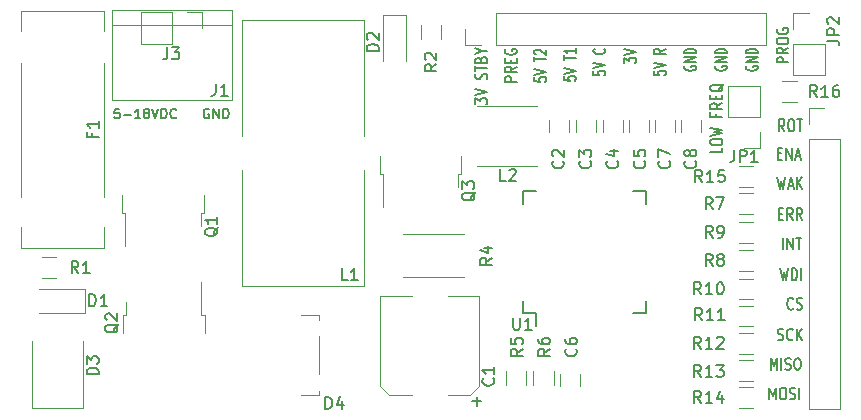
<source format=gto>
%TF.GenerationSoftware,KiCad,Pcbnew,(5.0.2)-1*%
%TF.CreationDate,2019-01-18T18:03:32+08:00*%
%TF.ProjectId,TLF35584 breakout,544c4633-3535-4383-9420-627265616b6f,rev?*%
%TF.SameCoordinates,Original*%
%TF.FileFunction,Legend,Top*%
%TF.FilePolarity,Positive*%
%FSLAX46Y46*%
G04 Gerber Fmt 4.6, Leading zero omitted, Abs format (unit mm)*
G04 Created by KiCad (PCBNEW (5.0.2)-1) date 18/01/2019 18:03:32*
%MOMM*%
%LPD*%
G01*
G04 APERTURE LIST*
%ADD10C,0.150000*%
%ADD11C,0.120000*%
G04 APERTURE END LIST*
D10*
X178000000Y-83733333D02*
X177952380Y-83800000D01*
X177952380Y-83900000D01*
X178000000Y-84000000D01*
X178095238Y-84066666D01*
X178190476Y-84100000D01*
X178380952Y-84133333D01*
X178523809Y-84133333D01*
X178714285Y-84100000D01*
X178809523Y-84066666D01*
X178904761Y-84000000D01*
X178952380Y-83900000D01*
X178952380Y-83833333D01*
X178904761Y-83733333D01*
X178857142Y-83700000D01*
X178523809Y-83700000D01*
X178523809Y-83833333D01*
X178952380Y-83400000D02*
X177952380Y-83400000D01*
X178952380Y-83000000D01*
X177952380Y-83000000D01*
X178952380Y-82666666D02*
X177952380Y-82666666D01*
X177952380Y-82500000D01*
X178000000Y-82400000D01*
X178095238Y-82333333D01*
X178190476Y-82300000D01*
X178380952Y-82266666D01*
X178523809Y-82266666D01*
X178714285Y-82300000D01*
X178809523Y-82333333D01*
X178904761Y-82400000D01*
X178952380Y-82500000D01*
X178952380Y-82666666D01*
X175400000Y-83733333D02*
X175352380Y-83800000D01*
X175352380Y-83900000D01*
X175400000Y-84000000D01*
X175495238Y-84066666D01*
X175590476Y-84100000D01*
X175780952Y-84133333D01*
X175923809Y-84133333D01*
X176114285Y-84100000D01*
X176209523Y-84066666D01*
X176304761Y-84000000D01*
X176352380Y-83900000D01*
X176352380Y-83833333D01*
X176304761Y-83733333D01*
X176257142Y-83700000D01*
X175923809Y-83700000D01*
X175923809Y-83833333D01*
X176352380Y-83400000D02*
X175352380Y-83400000D01*
X176352380Y-83000000D01*
X175352380Y-83000000D01*
X176352380Y-82666666D02*
X175352380Y-82666666D01*
X175352380Y-82500000D01*
X175400000Y-82400000D01*
X175495238Y-82333333D01*
X175590476Y-82300000D01*
X175780952Y-82266666D01*
X175923809Y-82266666D01*
X176114285Y-82300000D01*
X176209523Y-82333333D01*
X176304761Y-82400000D01*
X176352380Y-82500000D01*
X176352380Y-82666666D01*
X181552380Y-83428571D02*
X180552380Y-83428571D01*
X180552380Y-83123809D01*
X180600000Y-83047619D01*
X180647619Y-83009523D01*
X180742857Y-82971428D01*
X180885714Y-82971428D01*
X180980952Y-83009523D01*
X181028571Y-83047619D01*
X181076190Y-83123809D01*
X181076190Y-83428571D01*
X181552380Y-82171428D02*
X181076190Y-82438095D01*
X181552380Y-82628571D02*
X180552380Y-82628571D01*
X180552380Y-82323809D01*
X180600000Y-82247619D01*
X180647619Y-82209523D01*
X180742857Y-82171428D01*
X180885714Y-82171428D01*
X180980952Y-82209523D01*
X181028571Y-82247619D01*
X181076190Y-82323809D01*
X181076190Y-82628571D01*
X180552380Y-81676190D02*
X180552380Y-81523809D01*
X180600000Y-81447619D01*
X180695238Y-81371428D01*
X180885714Y-81333333D01*
X181219047Y-81333333D01*
X181409523Y-81371428D01*
X181504761Y-81447619D01*
X181552380Y-81523809D01*
X181552380Y-81676190D01*
X181504761Y-81752380D01*
X181409523Y-81828571D01*
X181219047Y-81866666D01*
X180885714Y-81866666D01*
X180695238Y-81828571D01*
X180600000Y-81752380D01*
X180552380Y-81676190D01*
X180600000Y-80571428D02*
X180552380Y-80647619D01*
X180552380Y-80761904D01*
X180600000Y-80876190D01*
X180695238Y-80952380D01*
X180790476Y-80990476D01*
X180980952Y-81028571D01*
X181123809Y-81028571D01*
X181314285Y-80990476D01*
X181409523Y-80952380D01*
X181504761Y-80876190D01*
X181552380Y-80761904D01*
X181552380Y-80685714D01*
X181504761Y-80571428D01*
X181457142Y-80533333D01*
X181123809Y-80533333D01*
X181123809Y-80685714D01*
X175952380Y-90657142D02*
X175952380Y-91038095D01*
X174952380Y-91038095D01*
X174952380Y-90238095D02*
X174952380Y-90085714D01*
X175000000Y-90009523D01*
X175095238Y-89933333D01*
X175285714Y-89895238D01*
X175619047Y-89895238D01*
X175809523Y-89933333D01*
X175904761Y-90009523D01*
X175952380Y-90085714D01*
X175952380Y-90238095D01*
X175904761Y-90314285D01*
X175809523Y-90390476D01*
X175619047Y-90428571D01*
X175285714Y-90428571D01*
X175095238Y-90390476D01*
X175000000Y-90314285D01*
X174952380Y-90238095D01*
X174952380Y-89628571D02*
X175952380Y-89438095D01*
X175238095Y-89285714D01*
X175952380Y-89133333D01*
X174952380Y-88942857D01*
X175428571Y-87761904D02*
X175428571Y-88028571D01*
X175952380Y-88028571D02*
X174952380Y-88028571D01*
X174952380Y-87647619D01*
X175952380Y-86885714D02*
X175476190Y-87152380D01*
X175952380Y-87342857D02*
X174952380Y-87342857D01*
X174952380Y-87038095D01*
X175000000Y-86961904D01*
X175047619Y-86923809D01*
X175142857Y-86885714D01*
X175285714Y-86885714D01*
X175380952Y-86923809D01*
X175428571Y-86961904D01*
X175476190Y-87038095D01*
X175476190Y-87342857D01*
X175428571Y-86542857D02*
X175428571Y-86276190D01*
X175952380Y-86161904D02*
X175952380Y-86542857D01*
X174952380Y-86542857D01*
X174952380Y-86161904D01*
X176047619Y-85285714D02*
X176000000Y-85361904D01*
X175904761Y-85438095D01*
X175761904Y-85552380D01*
X175714285Y-85628571D01*
X175714285Y-85704761D01*
X175952380Y-85666666D02*
X175904761Y-85742857D01*
X175809523Y-85819047D01*
X175619047Y-85857142D01*
X175285714Y-85857142D01*
X175095238Y-85819047D01*
X175000000Y-85742857D01*
X174952380Y-85666666D01*
X174952380Y-85514285D01*
X175000000Y-85438095D01*
X175095238Y-85361904D01*
X175285714Y-85323809D01*
X175619047Y-85323809D01*
X175809523Y-85361904D01*
X175904761Y-85438095D01*
X175952380Y-85514285D01*
X175952380Y-85666666D01*
X132490476Y-87400000D02*
X132414285Y-87361904D01*
X132300000Y-87361904D01*
X132185714Y-87400000D01*
X132109523Y-87476190D01*
X132071428Y-87552380D01*
X132033333Y-87704761D01*
X132033333Y-87819047D01*
X132071428Y-87971428D01*
X132109523Y-88047619D01*
X132185714Y-88123809D01*
X132300000Y-88161904D01*
X132376190Y-88161904D01*
X132490476Y-88123809D01*
X132528571Y-88085714D01*
X132528571Y-87819047D01*
X132376190Y-87819047D01*
X132871428Y-88161904D02*
X132871428Y-87361904D01*
X133328571Y-88161904D01*
X133328571Y-87361904D01*
X133709523Y-88161904D02*
X133709523Y-87361904D01*
X133900000Y-87361904D01*
X134014285Y-87400000D01*
X134090476Y-87476190D01*
X134128571Y-87552380D01*
X134166666Y-87704761D01*
X134166666Y-87819047D01*
X134128571Y-87971428D01*
X134090476Y-88047619D01*
X134014285Y-88123809D01*
X133900000Y-88161904D01*
X133709523Y-88161904D01*
X124890476Y-87361904D02*
X124509523Y-87361904D01*
X124471428Y-87742857D01*
X124509523Y-87704761D01*
X124585714Y-87666666D01*
X124776190Y-87666666D01*
X124852380Y-87704761D01*
X124890476Y-87742857D01*
X124928571Y-87819047D01*
X124928571Y-88009523D01*
X124890476Y-88085714D01*
X124852380Y-88123809D01*
X124776190Y-88161904D01*
X124585714Y-88161904D01*
X124509523Y-88123809D01*
X124471428Y-88085714D01*
X125271428Y-87857142D02*
X125880952Y-87857142D01*
X126680952Y-88161904D02*
X126223809Y-88161904D01*
X126452380Y-88161904D02*
X126452380Y-87361904D01*
X126376190Y-87476190D01*
X126300000Y-87552380D01*
X126223809Y-87590476D01*
X127138095Y-87704761D02*
X127061904Y-87666666D01*
X127023809Y-87628571D01*
X126985714Y-87552380D01*
X126985714Y-87514285D01*
X127023809Y-87438095D01*
X127061904Y-87400000D01*
X127138095Y-87361904D01*
X127290476Y-87361904D01*
X127366666Y-87400000D01*
X127404761Y-87438095D01*
X127442857Y-87514285D01*
X127442857Y-87552380D01*
X127404761Y-87628571D01*
X127366666Y-87666666D01*
X127290476Y-87704761D01*
X127138095Y-87704761D01*
X127061904Y-87742857D01*
X127023809Y-87780952D01*
X126985714Y-87857142D01*
X126985714Y-88009523D01*
X127023809Y-88085714D01*
X127061904Y-88123809D01*
X127138095Y-88161904D01*
X127290476Y-88161904D01*
X127366666Y-88123809D01*
X127404761Y-88085714D01*
X127442857Y-88009523D01*
X127442857Y-87857142D01*
X127404761Y-87780952D01*
X127366666Y-87742857D01*
X127290476Y-87704761D01*
X127671428Y-87361904D02*
X127938095Y-88161904D01*
X128204761Y-87361904D01*
X128471428Y-88161904D02*
X128471428Y-87361904D01*
X128661904Y-87361904D01*
X128776190Y-87400000D01*
X128852380Y-87476190D01*
X128890476Y-87552380D01*
X128928571Y-87704761D01*
X128928571Y-87819047D01*
X128890476Y-87971428D01*
X128852380Y-88047619D01*
X128776190Y-88123809D01*
X128661904Y-88161904D01*
X128471428Y-88161904D01*
X129728571Y-88085714D02*
X129690476Y-88123809D01*
X129576190Y-88161904D01*
X129500000Y-88161904D01*
X129385714Y-88123809D01*
X129309523Y-88047619D01*
X129271428Y-87971428D01*
X129233333Y-87819047D01*
X129233333Y-87704761D01*
X129271428Y-87552380D01*
X129309523Y-87476190D01*
X129385714Y-87400000D01*
X129500000Y-87361904D01*
X129576190Y-87361904D01*
X129690476Y-87400000D01*
X129728571Y-87438095D01*
X181223809Y-89252380D02*
X180957142Y-88776190D01*
X180766666Y-89252380D02*
X180766666Y-88252380D01*
X181071428Y-88252380D01*
X181147619Y-88300000D01*
X181185714Y-88347619D01*
X181223809Y-88442857D01*
X181223809Y-88585714D01*
X181185714Y-88680952D01*
X181147619Y-88728571D01*
X181071428Y-88776190D01*
X180766666Y-88776190D01*
X181719047Y-88252380D02*
X181871428Y-88252380D01*
X181947619Y-88300000D01*
X182023809Y-88395238D01*
X182061904Y-88585714D01*
X182061904Y-88919047D01*
X182023809Y-89109523D01*
X181947619Y-89204761D01*
X181871428Y-89252380D01*
X181719047Y-89252380D01*
X181642857Y-89204761D01*
X181566666Y-89109523D01*
X181528571Y-88919047D01*
X181528571Y-88585714D01*
X181566666Y-88395238D01*
X181642857Y-88300000D01*
X181719047Y-88252380D01*
X182290476Y-88252380D02*
X182747619Y-88252380D01*
X182519047Y-89252380D02*
X182519047Y-88252380D01*
X180666666Y-91128571D02*
X180933333Y-91128571D01*
X181047619Y-91652380D02*
X180666666Y-91652380D01*
X180666666Y-90652380D01*
X181047619Y-90652380D01*
X181390476Y-91652380D02*
X181390476Y-90652380D01*
X181847619Y-91652380D01*
X181847619Y-90652380D01*
X182190476Y-91366666D02*
X182571428Y-91366666D01*
X182114285Y-91652380D02*
X182380952Y-90652380D01*
X182647619Y-91652380D01*
X180614285Y-93152380D02*
X180804761Y-94152380D01*
X180957142Y-93438095D01*
X181109523Y-94152380D01*
X181300000Y-93152380D01*
X181566666Y-93866666D02*
X181947619Y-93866666D01*
X181490476Y-94152380D02*
X181757142Y-93152380D01*
X182023809Y-94152380D01*
X182290476Y-94152380D02*
X182290476Y-93152380D01*
X182747619Y-94152380D02*
X182404761Y-93580952D01*
X182747619Y-93152380D02*
X182290476Y-93723809D01*
X180728571Y-96228571D02*
X180995238Y-96228571D01*
X181109523Y-96752380D02*
X180728571Y-96752380D01*
X180728571Y-95752380D01*
X181109523Y-95752380D01*
X181909523Y-96752380D02*
X181642857Y-96276190D01*
X181452380Y-96752380D02*
X181452380Y-95752380D01*
X181757142Y-95752380D01*
X181833333Y-95800000D01*
X181871428Y-95847619D01*
X181909523Y-95942857D01*
X181909523Y-96085714D01*
X181871428Y-96180952D01*
X181833333Y-96228571D01*
X181757142Y-96276190D01*
X181452380Y-96276190D01*
X182709523Y-96752380D02*
X182442857Y-96276190D01*
X182252380Y-96752380D02*
X182252380Y-95752380D01*
X182557142Y-95752380D01*
X182633333Y-95800000D01*
X182671428Y-95847619D01*
X182709523Y-95942857D01*
X182709523Y-96085714D01*
X182671428Y-96180952D01*
X182633333Y-96228571D01*
X182557142Y-96276190D01*
X182252380Y-96276190D01*
X181076190Y-99252380D02*
X181076190Y-98252380D01*
X181457142Y-99252380D02*
X181457142Y-98252380D01*
X181914285Y-99252380D01*
X181914285Y-98252380D01*
X182180952Y-98252380D02*
X182638095Y-98252380D01*
X182409523Y-99252380D02*
X182409523Y-98252380D01*
X180866666Y-100852380D02*
X181057142Y-101852380D01*
X181209523Y-101138095D01*
X181361904Y-101852380D01*
X181552380Y-100852380D01*
X181857142Y-101852380D02*
X181857142Y-100852380D01*
X182047619Y-100852380D01*
X182161904Y-100900000D01*
X182238095Y-100995238D01*
X182276190Y-101090476D01*
X182314285Y-101280952D01*
X182314285Y-101423809D01*
X182276190Y-101614285D01*
X182238095Y-101709523D01*
X182161904Y-101804761D01*
X182047619Y-101852380D01*
X181857142Y-101852380D01*
X182657142Y-101852380D02*
X182657142Y-100852380D01*
X181966666Y-104257142D02*
X181928571Y-104304761D01*
X181814285Y-104352380D01*
X181738095Y-104352380D01*
X181623809Y-104304761D01*
X181547619Y-104209523D01*
X181509523Y-104114285D01*
X181471428Y-103923809D01*
X181471428Y-103780952D01*
X181509523Y-103590476D01*
X181547619Y-103495238D01*
X181623809Y-103400000D01*
X181738095Y-103352380D01*
X181814285Y-103352380D01*
X181928571Y-103400000D01*
X181966666Y-103447619D01*
X182271428Y-104304761D02*
X182385714Y-104352380D01*
X182576190Y-104352380D01*
X182652380Y-104304761D01*
X182690476Y-104257142D01*
X182728571Y-104161904D01*
X182728571Y-104066666D01*
X182690476Y-103971428D01*
X182652380Y-103923809D01*
X182576190Y-103876190D01*
X182423809Y-103828571D01*
X182347619Y-103780952D01*
X182309523Y-103733333D01*
X182271428Y-103638095D01*
X182271428Y-103542857D01*
X182309523Y-103447619D01*
X182347619Y-103400000D01*
X182423809Y-103352380D01*
X182614285Y-103352380D01*
X182728571Y-103400000D01*
X180671428Y-106904761D02*
X180785714Y-106952380D01*
X180976190Y-106952380D01*
X181052380Y-106904761D01*
X181090476Y-106857142D01*
X181128571Y-106761904D01*
X181128571Y-106666666D01*
X181090476Y-106571428D01*
X181052380Y-106523809D01*
X180976190Y-106476190D01*
X180823809Y-106428571D01*
X180747619Y-106380952D01*
X180709523Y-106333333D01*
X180671428Y-106238095D01*
X180671428Y-106142857D01*
X180709523Y-106047619D01*
X180747619Y-106000000D01*
X180823809Y-105952380D01*
X181014285Y-105952380D01*
X181128571Y-106000000D01*
X181928571Y-106857142D02*
X181890476Y-106904761D01*
X181776190Y-106952380D01*
X181700000Y-106952380D01*
X181585714Y-106904761D01*
X181509523Y-106809523D01*
X181471428Y-106714285D01*
X181433333Y-106523809D01*
X181433333Y-106380952D01*
X181471428Y-106190476D01*
X181509523Y-106095238D01*
X181585714Y-106000000D01*
X181700000Y-105952380D01*
X181776190Y-105952380D01*
X181890476Y-106000000D01*
X181928571Y-106047619D01*
X182271428Y-106952380D02*
X182271428Y-105952380D01*
X182728571Y-106952380D02*
X182385714Y-106380952D01*
X182728571Y-105952380D02*
X182271428Y-106523809D01*
X180042857Y-109452380D02*
X180042857Y-108452380D01*
X180309523Y-109166666D01*
X180576190Y-108452380D01*
X180576190Y-109452380D01*
X180957142Y-109452380D02*
X180957142Y-108452380D01*
X181300000Y-109404761D02*
X181414285Y-109452380D01*
X181604761Y-109452380D01*
X181680952Y-109404761D01*
X181719047Y-109357142D01*
X181757142Y-109261904D01*
X181757142Y-109166666D01*
X181719047Y-109071428D01*
X181680952Y-109023809D01*
X181604761Y-108976190D01*
X181452380Y-108928571D01*
X181376190Y-108880952D01*
X181338095Y-108833333D01*
X181300000Y-108738095D01*
X181300000Y-108642857D01*
X181338095Y-108547619D01*
X181376190Y-108500000D01*
X181452380Y-108452380D01*
X181642857Y-108452380D01*
X181757142Y-108500000D01*
X182252380Y-108452380D02*
X182404761Y-108452380D01*
X182480952Y-108500000D01*
X182557142Y-108595238D01*
X182595238Y-108785714D01*
X182595238Y-109119047D01*
X182557142Y-109309523D01*
X182480952Y-109404761D01*
X182404761Y-109452380D01*
X182252380Y-109452380D01*
X182176190Y-109404761D01*
X182100000Y-109309523D01*
X182061904Y-109119047D01*
X182061904Y-108785714D01*
X182100000Y-108595238D01*
X182176190Y-108500000D01*
X182252380Y-108452380D01*
X179942857Y-111952380D02*
X179942857Y-110952380D01*
X180209523Y-111666666D01*
X180476190Y-110952380D01*
X180476190Y-111952380D01*
X181009523Y-110952380D02*
X181161904Y-110952380D01*
X181238095Y-111000000D01*
X181314285Y-111095238D01*
X181352380Y-111285714D01*
X181352380Y-111619047D01*
X181314285Y-111809523D01*
X181238095Y-111904761D01*
X181161904Y-111952380D01*
X181009523Y-111952380D01*
X180933333Y-111904761D01*
X180857142Y-111809523D01*
X180819047Y-111619047D01*
X180819047Y-111285714D01*
X180857142Y-111095238D01*
X180933333Y-111000000D01*
X181009523Y-110952380D01*
X181657142Y-111904761D02*
X181771428Y-111952380D01*
X181961904Y-111952380D01*
X182038095Y-111904761D01*
X182076190Y-111857142D01*
X182114285Y-111761904D01*
X182114285Y-111666666D01*
X182076190Y-111571428D01*
X182038095Y-111523809D01*
X181961904Y-111476190D01*
X181809523Y-111428571D01*
X181733333Y-111380952D01*
X181695238Y-111333333D01*
X181657142Y-111238095D01*
X181657142Y-111142857D01*
X181695238Y-111047619D01*
X181733333Y-111000000D01*
X181809523Y-110952380D01*
X182000000Y-110952380D01*
X182114285Y-111000000D01*
X182457142Y-111952380D02*
X182457142Y-110952380D01*
X155052380Y-86942857D02*
X155052380Y-86447619D01*
X155433333Y-86714285D01*
X155433333Y-86600000D01*
X155480952Y-86523809D01*
X155528571Y-86485714D01*
X155623809Y-86447619D01*
X155861904Y-86447619D01*
X155957142Y-86485714D01*
X156004761Y-86523809D01*
X156052380Y-86600000D01*
X156052380Y-86828571D01*
X156004761Y-86904761D01*
X155957142Y-86942857D01*
X155052380Y-86219047D02*
X156052380Y-85952380D01*
X155052380Y-85685714D01*
X156004761Y-84847619D02*
X156052380Y-84733333D01*
X156052380Y-84542857D01*
X156004761Y-84466666D01*
X155957142Y-84428571D01*
X155861904Y-84390476D01*
X155766666Y-84390476D01*
X155671428Y-84428571D01*
X155623809Y-84466666D01*
X155576190Y-84542857D01*
X155528571Y-84695238D01*
X155480952Y-84771428D01*
X155433333Y-84809523D01*
X155338095Y-84847619D01*
X155242857Y-84847619D01*
X155147619Y-84809523D01*
X155100000Y-84771428D01*
X155052380Y-84695238D01*
X155052380Y-84504761D01*
X155100000Y-84390476D01*
X155052380Y-84161904D02*
X155052380Y-83704761D01*
X156052380Y-83933333D02*
X155052380Y-83933333D01*
X155528571Y-83171428D02*
X155576190Y-83057142D01*
X155623809Y-83019047D01*
X155719047Y-82980952D01*
X155861904Y-82980952D01*
X155957142Y-83019047D01*
X156004761Y-83057142D01*
X156052380Y-83133333D01*
X156052380Y-83438095D01*
X155052380Y-83438095D01*
X155052380Y-83171428D01*
X155100000Y-83095238D01*
X155147619Y-83057142D01*
X155242857Y-83019047D01*
X155338095Y-83019047D01*
X155433333Y-83057142D01*
X155480952Y-83095238D01*
X155528571Y-83171428D01*
X155528571Y-83438095D01*
X155576190Y-82485714D02*
X156052380Y-82485714D01*
X155052380Y-82752380D02*
X155576190Y-82485714D01*
X155052380Y-82219047D01*
X158552380Y-85071428D02*
X157552380Y-85071428D01*
X157552380Y-84766666D01*
X157600000Y-84690476D01*
X157647619Y-84652380D01*
X157742857Y-84614285D01*
X157885714Y-84614285D01*
X157980952Y-84652380D01*
X158028571Y-84690476D01*
X158076190Y-84766666D01*
X158076190Y-85071428D01*
X158552380Y-83814285D02*
X158076190Y-84080952D01*
X158552380Y-84271428D02*
X157552380Y-84271428D01*
X157552380Y-83966666D01*
X157600000Y-83890476D01*
X157647619Y-83852380D01*
X157742857Y-83814285D01*
X157885714Y-83814285D01*
X157980952Y-83852380D01*
X158028571Y-83890476D01*
X158076190Y-83966666D01*
X158076190Y-84271428D01*
X158028571Y-83471428D02*
X158028571Y-83204761D01*
X158552380Y-83090476D02*
X158552380Y-83471428D01*
X157552380Y-83471428D01*
X157552380Y-83090476D01*
X157600000Y-82328571D02*
X157552380Y-82404761D01*
X157552380Y-82519047D01*
X157600000Y-82633333D01*
X157695238Y-82709523D01*
X157790476Y-82747619D01*
X157980952Y-82785714D01*
X158123809Y-82785714D01*
X158314285Y-82747619D01*
X158409523Y-82709523D01*
X158504761Y-82633333D01*
X158552380Y-82519047D01*
X158552380Y-82442857D01*
X158504761Y-82328571D01*
X158457142Y-82290476D01*
X158123809Y-82290476D01*
X158123809Y-82442857D01*
X160052380Y-84700000D02*
X160052380Y-85033333D01*
X160528571Y-85066666D01*
X160480952Y-85033333D01*
X160433333Y-84966666D01*
X160433333Y-84800000D01*
X160480952Y-84733333D01*
X160528571Y-84700000D01*
X160623809Y-84666666D01*
X160861904Y-84666666D01*
X160957142Y-84700000D01*
X161004761Y-84733333D01*
X161052380Y-84800000D01*
X161052380Y-84966666D01*
X161004761Y-85033333D01*
X160957142Y-85066666D01*
X160052380Y-84466666D02*
X161052380Y-84233333D01*
X160052380Y-84000000D01*
X160052380Y-83333333D02*
X160052380Y-82933333D01*
X161052380Y-83133333D02*
X160052380Y-83133333D01*
X160147619Y-82733333D02*
X160100000Y-82700000D01*
X160052380Y-82633333D01*
X160052380Y-82466666D01*
X160100000Y-82400000D01*
X160147619Y-82366666D01*
X160242857Y-82333333D01*
X160338095Y-82333333D01*
X160480952Y-82366666D01*
X161052380Y-82766666D01*
X161052380Y-82333333D01*
X162552380Y-84600000D02*
X162552380Y-84933333D01*
X163028571Y-84966666D01*
X162980952Y-84933333D01*
X162933333Y-84866666D01*
X162933333Y-84700000D01*
X162980952Y-84633333D01*
X163028571Y-84600000D01*
X163123809Y-84566666D01*
X163361904Y-84566666D01*
X163457142Y-84600000D01*
X163504761Y-84633333D01*
X163552380Y-84700000D01*
X163552380Y-84866666D01*
X163504761Y-84933333D01*
X163457142Y-84966666D01*
X162552380Y-84366666D02*
X163552380Y-84133333D01*
X162552380Y-83900000D01*
X162552380Y-83233333D02*
X162552380Y-82833333D01*
X163552380Y-83033333D02*
X162552380Y-83033333D01*
X163552380Y-82233333D02*
X163552380Y-82633333D01*
X163552380Y-82433333D02*
X162552380Y-82433333D01*
X162695238Y-82500000D01*
X162790476Y-82566666D01*
X162838095Y-82633333D01*
X167652380Y-83509523D02*
X167652380Y-83014285D01*
X168033333Y-83280952D01*
X168033333Y-83166666D01*
X168080952Y-83090476D01*
X168128571Y-83052380D01*
X168223809Y-83014285D01*
X168461904Y-83014285D01*
X168557142Y-83052380D01*
X168604761Y-83090476D01*
X168652380Y-83166666D01*
X168652380Y-83395238D01*
X168604761Y-83471428D01*
X168557142Y-83509523D01*
X167652380Y-82785714D02*
X168652380Y-82519047D01*
X167652380Y-82252380D01*
X165052380Y-84150000D02*
X165052380Y-84483333D01*
X165528571Y-84516666D01*
X165480952Y-84483333D01*
X165433333Y-84416666D01*
X165433333Y-84250000D01*
X165480952Y-84183333D01*
X165528571Y-84150000D01*
X165623809Y-84116666D01*
X165861904Y-84116666D01*
X165957142Y-84150000D01*
X166004761Y-84183333D01*
X166052380Y-84250000D01*
X166052380Y-84416666D01*
X166004761Y-84483333D01*
X165957142Y-84516666D01*
X165052380Y-83916666D02*
X166052380Y-83683333D01*
X165052380Y-83450000D01*
X165957142Y-82283333D02*
X166004761Y-82316666D01*
X166052380Y-82416666D01*
X166052380Y-82483333D01*
X166004761Y-82583333D01*
X165909523Y-82650000D01*
X165814285Y-82683333D01*
X165623809Y-82716666D01*
X165480952Y-82716666D01*
X165290476Y-82683333D01*
X165195238Y-82650000D01*
X165100000Y-82583333D01*
X165052380Y-82483333D01*
X165052380Y-82416666D01*
X165100000Y-82316666D01*
X165147619Y-82283333D01*
X170152380Y-84150000D02*
X170152380Y-84483333D01*
X170628571Y-84516666D01*
X170580952Y-84483333D01*
X170533333Y-84416666D01*
X170533333Y-84250000D01*
X170580952Y-84183333D01*
X170628571Y-84150000D01*
X170723809Y-84116666D01*
X170961904Y-84116666D01*
X171057142Y-84150000D01*
X171104761Y-84183333D01*
X171152380Y-84250000D01*
X171152380Y-84416666D01*
X171104761Y-84483333D01*
X171057142Y-84516666D01*
X170152380Y-83916666D02*
X171152380Y-83683333D01*
X170152380Y-83450000D01*
X171152380Y-82283333D02*
X170676190Y-82516666D01*
X171152380Y-82683333D02*
X170152380Y-82683333D01*
X170152380Y-82416666D01*
X170200000Y-82350000D01*
X170247619Y-82316666D01*
X170342857Y-82283333D01*
X170485714Y-82283333D01*
X170580952Y-82316666D01*
X170628571Y-82350000D01*
X170676190Y-82416666D01*
X170676190Y-82683333D01*
X172800000Y-83733333D02*
X172752380Y-83800000D01*
X172752380Y-83900000D01*
X172800000Y-84000000D01*
X172895238Y-84066666D01*
X172990476Y-84100000D01*
X173180952Y-84133333D01*
X173323809Y-84133333D01*
X173514285Y-84100000D01*
X173609523Y-84066666D01*
X173704761Y-84000000D01*
X173752380Y-83900000D01*
X173752380Y-83833333D01*
X173704761Y-83733333D01*
X173657142Y-83700000D01*
X173323809Y-83700000D01*
X173323809Y-83833333D01*
X173752380Y-83400000D02*
X172752380Y-83400000D01*
X173752380Y-83000000D01*
X172752380Y-83000000D01*
X173752380Y-82666666D02*
X172752380Y-82666666D01*
X172752380Y-82500000D01*
X172800000Y-82400000D01*
X172895238Y-82333333D01*
X172990476Y-82300000D01*
X173180952Y-82266666D01*
X173323809Y-82266666D01*
X173514285Y-82300000D01*
X173609523Y-82333333D01*
X173704761Y-82400000D01*
X173752380Y-82500000D01*
X173752380Y-82666666D01*
D11*
X125150000Y-94645000D02*
X125150000Y-96145000D01*
X125150000Y-96145000D02*
X125420000Y-96145000D01*
X125420000Y-96145000D02*
X125420000Y-98975000D01*
X132050000Y-94645000D02*
X132050000Y-96145000D01*
X132050000Y-96145000D02*
X131780000Y-96145000D01*
X131780000Y-96145000D02*
X131780000Y-97245000D01*
X154630000Y-111540000D02*
X152710000Y-111540000D01*
X147770000Y-111540000D02*
X149690000Y-111540000D01*
X155390000Y-103160000D02*
X152710000Y-103160000D01*
X147010000Y-103160000D02*
X149690000Y-103160000D01*
X155390000Y-103160000D02*
X155390000Y-110780000D01*
X155390000Y-110780000D02*
X154630000Y-111540000D01*
X147770000Y-111540000D02*
X147010000Y-110780000D01*
X147010000Y-110780000D02*
X147010000Y-103160000D01*
X162950000Y-89300000D02*
X162950000Y-88300000D01*
X161250000Y-88300000D02*
X161250000Y-89300000D01*
X163550000Y-88300000D02*
X163550000Y-89300000D01*
X165250000Y-89300000D02*
X165250000Y-88300000D01*
X165850000Y-88300000D02*
X165850000Y-89300000D01*
X167550000Y-89300000D02*
X167550000Y-88300000D01*
X168050000Y-88300000D02*
X168050000Y-89300000D01*
X169750000Y-89300000D02*
X169750000Y-88300000D01*
X163950000Y-110800000D02*
X163950000Y-109800000D01*
X162250000Y-109800000D02*
X162250000Y-110800000D01*
X170250000Y-88300000D02*
X170250000Y-89300000D01*
X171950000Y-89300000D02*
X171950000Y-88300000D01*
X172450000Y-88300000D02*
X172450000Y-89300000D01*
X174150000Y-89300000D02*
X174150000Y-88300000D01*
X122000000Y-104600000D02*
X122000000Y-102600000D01*
X122000000Y-102600000D02*
X118100000Y-102600000D01*
X122000000Y-104600000D02*
X118100000Y-104600000D01*
X149200000Y-79400000D02*
X147200000Y-79400000D01*
X147200000Y-79400000D02*
X147200000Y-83300000D01*
X149200000Y-79400000D02*
X149200000Y-83300000D01*
X117550000Y-112700000D02*
X121850000Y-112700000D01*
X121850000Y-112700000D02*
X121850000Y-107000000D01*
X117550000Y-112700000D02*
X117550000Y-107000000D01*
X183270000Y-112790000D02*
X185930000Y-112790000D01*
X183270000Y-89870000D02*
X183270000Y-112790000D01*
X185930000Y-89870000D02*
X185930000Y-112790000D01*
X183270000Y-89870000D02*
X185930000Y-89870000D01*
X183270000Y-88600000D02*
X183270000Y-87270000D01*
X183270000Y-87270000D02*
X184600000Y-87270000D01*
X179130000Y-85430000D02*
X176470000Y-85430000D01*
X179130000Y-88030000D02*
X179130000Y-85430000D01*
X176470000Y-88030000D02*
X176470000Y-85430000D01*
X179130000Y-88030000D02*
X176470000Y-88030000D01*
X179130000Y-89300000D02*
X179130000Y-90630000D01*
X179130000Y-90630000D02*
X177800000Y-90630000D01*
X145610000Y-79840000D02*
X145610000Y-89630000D01*
X145610000Y-92570000D02*
X145610000Y-102360000D01*
X135290000Y-79840000D02*
X135290000Y-89630000D01*
X135290000Y-92570000D02*
X135290000Y-102360000D01*
X145610000Y-79840000D02*
X135290000Y-79840000D01*
X145610000Y-102360000D02*
X135290000Y-102360000D01*
X132125000Y-106305000D02*
X132125000Y-104805000D01*
X132125000Y-104805000D02*
X131855000Y-104805000D01*
X131855000Y-104805000D02*
X131855000Y-101975000D01*
X125225000Y-106305000D02*
X125225000Y-104805000D01*
X125225000Y-104805000D02*
X125495000Y-104805000D01*
X125495000Y-104805000D02*
X125495000Y-103705000D01*
X146950000Y-91370000D02*
X146950000Y-92870000D01*
X146950000Y-92870000D02*
X147220000Y-92870000D01*
X147220000Y-92870000D02*
X147220000Y-95700000D01*
X153850000Y-91370000D02*
X153850000Y-92870000D01*
X153850000Y-92870000D02*
X153580000Y-92870000D01*
X153580000Y-92870000D02*
X153580000Y-93970000D01*
X119550000Y-101680000D02*
X118350000Y-101680000D01*
X118350000Y-99920000D02*
X119550000Y-99920000D01*
X152180000Y-80250000D02*
X152180000Y-81450000D01*
X150420000Y-81450000D02*
X150420000Y-80250000D01*
X159380000Y-109550000D02*
X159380000Y-110750000D01*
X157620000Y-110750000D02*
X157620000Y-109550000D01*
X161680000Y-109550000D02*
X161680000Y-110750000D01*
X159920000Y-110750000D02*
X159920000Y-109550000D01*
X178550000Y-96280000D02*
X177350000Y-96280000D01*
X177350000Y-94520000D02*
X178550000Y-94520000D01*
X178550000Y-101080000D02*
X177350000Y-101080000D01*
X177350000Y-99320000D02*
X178550000Y-99320000D01*
X178550000Y-98680000D02*
X177350000Y-98680000D01*
X177350000Y-96920000D02*
X178550000Y-96920000D01*
X178550000Y-103480000D02*
X177350000Y-103480000D01*
X177350000Y-101720000D02*
X178550000Y-101720000D01*
X178550000Y-105780000D02*
X177350000Y-105780000D01*
X177350000Y-104020000D02*
X178550000Y-104020000D01*
X178550000Y-108080000D02*
X177350000Y-108080000D01*
X177350000Y-106320000D02*
X178550000Y-106320000D01*
X178550000Y-110380000D02*
X177350000Y-110380000D01*
X177350000Y-108620000D02*
X178550000Y-108620000D01*
X178550000Y-112680000D02*
X177350000Y-112680000D01*
X177350000Y-110920000D02*
X178550000Y-110920000D01*
X178550000Y-93980000D02*
X177350000Y-93980000D01*
X177350000Y-92220000D02*
X178550000Y-92220000D01*
D10*
X159125000Y-104675000D02*
X160200000Y-104675000D01*
X159125000Y-94325000D02*
X160200000Y-94325000D01*
X169475000Y-94325000D02*
X168400000Y-94325000D01*
X169475000Y-104675000D02*
X168400000Y-104675000D01*
X159125000Y-104675000D02*
X159125000Y-103600000D01*
X169475000Y-104675000D02*
X169475000Y-103600000D01*
X169475000Y-94325000D02*
X169475000Y-95400000D01*
X159125000Y-94325000D02*
X159125000Y-95400000D01*
X160200000Y-104675000D02*
X160200000Y-105700000D01*
D11*
X141775000Y-111250000D02*
X141775000Y-111600000D01*
X141775000Y-111600000D02*
X140275000Y-111600000D01*
X141775000Y-106600000D02*
X141775000Y-109800000D01*
X140275000Y-104800000D02*
X141775000Y-104800000D01*
X141775000Y-104800000D02*
X141775000Y-105200000D01*
X181970000Y-84470000D02*
X184630000Y-84470000D01*
X181970000Y-81870000D02*
X181970000Y-84470000D01*
X184630000Y-81870000D02*
X184630000Y-84470000D01*
X181970000Y-81870000D02*
X184630000Y-81870000D01*
X181970000Y-80600000D02*
X181970000Y-79270000D01*
X181970000Y-79270000D02*
X183300000Y-79270000D01*
X154100000Y-101620000D02*
X148900000Y-101620000D01*
X148900000Y-97980000D02*
X154100000Y-97980000D01*
X123600000Y-97400000D02*
X123600000Y-99100000D01*
X116600000Y-97400000D02*
X116600000Y-99100000D01*
X123600000Y-80800000D02*
X123600000Y-79100000D01*
X116600000Y-79100000D02*
X116600000Y-80800000D01*
X123600000Y-94800000D02*
X123600000Y-83500000D01*
X116600000Y-94800000D02*
X116600000Y-83500000D01*
X116600000Y-79100000D02*
X123600000Y-79100000D01*
X116600000Y-99100000D02*
X123600000Y-99100000D01*
X126730000Y-79170000D02*
X126730000Y-81830000D01*
X129330000Y-79170000D02*
X126730000Y-79170000D01*
X129330000Y-81830000D02*
X126730000Y-81830000D01*
X129330000Y-79170000D02*
X129330000Y-81830000D01*
X130600000Y-79170000D02*
X131930000Y-79170000D01*
X131930000Y-79170000D02*
X131930000Y-80500000D01*
X179690000Y-81930000D02*
X179690000Y-79270000D01*
X156770000Y-81930000D02*
X179690000Y-81930000D01*
X156770000Y-79270000D02*
X179690000Y-79270000D01*
X156770000Y-81930000D02*
X156770000Y-79270000D01*
X155500000Y-81930000D02*
X154170000Y-81930000D01*
X154170000Y-81930000D02*
X154170000Y-80600000D01*
X124260000Y-80260000D02*
X134420000Y-80260000D01*
X124260000Y-78990000D02*
X124260000Y-86610000D01*
X124260000Y-86610000D02*
X134420000Y-86610000D01*
X134420000Y-86610000D02*
X134420000Y-78990000D01*
X134420000Y-78990000D02*
X124260000Y-78990000D01*
X155150000Y-92200000D02*
X160250000Y-92200000D01*
X155150000Y-87100000D02*
X160250000Y-87100000D01*
X182250000Y-86780000D02*
X181050000Y-86780000D01*
X181050000Y-85020000D02*
X182250000Y-85020000D01*
D10*
X133247619Y-97395238D02*
X133200000Y-97490476D01*
X133104761Y-97585714D01*
X132961904Y-97728571D01*
X132914285Y-97823809D01*
X132914285Y-97919047D01*
X133152380Y-97871428D02*
X133104761Y-97966666D01*
X133009523Y-98061904D01*
X132819047Y-98109523D01*
X132485714Y-98109523D01*
X132295238Y-98061904D01*
X132200000Y-97966666D01*
X132152380Y-97871428D01*
X132152380Y-97680952D01*
X132200000Y-97585714D01*
X132295238Y-97490476D01*
X132485714Y-97442857D01*
X132819047Y-97442857D01*
X133009523Y-97490476D01*
X133104761Y-97585714D01*
X133152380Y-97680952D01*
X133152380Y-97871428D01*
X133152380Y-96490476D02*
X133152380Y-97061904D01*
X133152380Y-96776190D02*
X132152380Y-96776190D01*
X132295238Y-96871428D01*
X132390476Y-96966666D01*
X132438095Y-97061904D01*
X156557142Y-110166666D02*
X156604761Y-110214285D01*
X156652380Y-110357142D01*
X156652380Y-110452380D01*
X156604761Y-110595238D01*
X156509523Y-110690476D01*
X156414285Y-110738095D01*
X156223809Y-110785714D01*
X156080952Y-110785714D01*
X155890476Y-110738095D01*
X155795238Y-110690476D01*
X155700000Y-110595238D01*
X155652380Y-110452380D01*
X155652380Y-110357142D01*
X155700000Y-110214285D01*
X155747619Y-110166666D01*
X156652380Y-109214285D02*
X156652380Y-109785714D01*
X156652380Y-109500000D02*
X155652380Y-109500000D01*
X155795238Y-109595238D01*
X155890476Y-109690476D01*
X155938095Y-109785714D01*
X155181428Y-112510952D02*
X155181428Y-111749047D01*
X155562380Y-112130000D02*
X154800476Y-112130000D01*
X162457142Y-91766666D02*
X162504761Y-91814285D01*
X162552380Y-91957142D01*
X162552380Y-92052380D01*
X162504761Y-92195238D01*
X162409523Y-92290476D01*
X162314285Y-92338095D01*
X162123809Y-92385714D01*
X161980952Y-92385714D01*
X161790476Y-92338095D01*
X161695238Y-92290476D01*
X161600000Y-92195238D01*
X161552380Y-92052380D01*
X161552380Y-91957142D01*
X161600000Y-91814285D01*
X161647619Y-91766666D01*
X161647619Y-91385714D02*
X161600000Y-91338095D01*
X161552380Y-91242857D01*
X161552380Y-91004761D01*
X161600000Y-90909523D01*
X161647619Y-90861904D01*
X161742857Y-90814285D01*
X161838095Y-90814285D01*
X161980952Y-90861904D01*
X162552380Y-91433333D01*
X162552380Y-90814285D01*
X164757142Y-91766666D02*
X164804761Y-91814285D01*
X164852380Y-91957142D01*
X164852380Y-92052380D01*
X164804761Y-92195238D01*
X164709523Y-92290476D01*
X164614285Y-92338095D01*
X164423809Y-92385714D01*
X164280952Y-92385714D01*
X164090476Y-92338095D01*
X163995238Y-92290476D01*
X163900000Y-92195238D01*
X163852380Y-92052380D01*
X163852380Y-91957142D01*
X163900000Y-91814285D01*
X163947619Y-91766666D01*
X163852380Y-91433333D02*
X163852380Y-90814285D01*
X164233333Y-91147619D01*
X164233333Y-91004761D01*
X164280952Y-90909523D01*
X164328571Y-90861904D01*
X164423809Y-90814285D01*
X164661904Y-90814285D01*
X164757142Y-90861904D01*
X164804761Y-90909523D01*
X164852380Y-91004761D01*
X164852380Y-91290476D01*
X164804761Y-91385714D01*
X164757142Y-91433333D01*
X167057142Y-91766666D02*
X167104761Y-91814285D01*
X167152380Y-91957142D01*
X167152380Y-92052380D01*
X167104761Y-92195238D01*
X167009523Y-92290476D01*
X166914285Y-92338095D01*
X166723809Y-92385714D01*
X166580952Y-92385714D01*
X166390476Y-92338095D01*
X166295238Y-92290476D01*
X166200000Y-92195238D01*
X166152380Y-92052380D01*
X166152380Y-91957142D01*
X166200000Y-91814285D01*
X166247619Y-91766666D01*
X166485714Y-90909523D02*
X167152380Y-90909523D01*
X166104761Y-91147619D02*
X166819047Y-91385714D01*
X166819047Y-90766666D01*
X169357142Y-91766666D02*
X169404761Y-91814285D01*
X169452380Y-91957142D01*
X169452380Y-92052380D01*
X169404761Y-92195238D01*
X169309523Y-92290476D01*
X169214285Y-92338095D01*
X169023809Y-92385714D01*
X168880952Y-92385714D01*
X168690476Y-92338095D01*
X168595238Y-92290476D01*
X168500000Y-92195238D01*
X168452380Y-92052380D01*
X168452380Y-91957142D01*
X168500000Y-91814285D01*
X168547619Y-91766666D01*
X168452380Y-90861904D02*
X168452380Y-91338095D01*
X168928571Y-91385714D01*
X168880952Y-91338095D01*
X168833333Y-91242857D01*
X168833333Y-91004761D01*
X168880952Y-90909523D01*
X168928571Y-90861904D01*
X169023809Y-90814285D01*
X169261904Y-90814285D01*
X169357142Y-90861904D01*
X169404761Y-90909523D01*
X169452380Y-91004761D01*
X169452380Y-91242857D01*
X169404761Y-91338095D01*
X169357142Y-91385714D01*
X163557142Y-107666666D02*
X163604761Y-107714285D01*
X163652380Y-107857142D01*
X163652380Y-107952380D01*
X163604761Y-108095238D01*
X163509523Y-108190476D01*
X163414285Y-108238095D01*
X163223809Y-108285714D01*
X163080952Y-108285714D01*
X162890476Y-108238095D01*
X162795238Y-108190476D01*
X162700000Y-108095238D01*
X162652380Y-107952380D01*
X162652380Y-107857142D01*
X162700000Y-107714285D01*
X162747619Y-107666666D01*
X162652380Y-106809523D02*
X162652380Y-107000000D01*
X162700000Y-107095238D01*
X162747619Y-107142857D01*
X162890476Y-107238095D01*
X163080952Y-107285714D01*
X163461904Y-107285714D01*
X163557142Y-107238095D01*
X163604761Y-107190476D01*
X163652380Y-107095238D01*
X163652380Y-106904761D01*
X163604761Y-106809523D01*
X163557142Y-106761904D01*
X163461904Y-106714285D01*
X163223809Y-106714285D01*
X163128571Y-106761904D01*
X163080952Y-106809523D01*
X163033333Y-106904761D01*
X163033333Y-107095238D01*
X163080952Y-107190476D01*
X163128571Y-107238095D01*
X163223809Y-107285714D01*
X171457142Y-91766666D02*
X171504761Y-91814285D01*
X171552380Y-91957142D01*
X171552380Y-92052380D01*
X171504761Y-92195238D01*
X171409523Y-92290476D01*
X171314285Y-92338095D01*
X171123809Y-92385714D01*
X170980952Y-92385714D01*
X170790476Y-92338095D01*
X170695238Y-92290476D01*
X170600000Y-92195238D01*
X170552380Y-92052380D01*
X170552380Y-91957142D01*
X170600000Y-91814285D01*
X170647619Y-91766666D01*
X170552380Y-91433333D02*
X170552380Y-90766666D01*
X171552380Y-91195238D01*
X173657142Y-91766666D02*
X173704761Y-91814285D01*
X173752380Y-91957142D01*
X173752380Y-92052380D01*
X173704761Y-92195238D01*
X173609523Y-92290476D01*
X173514285Y-92338095D01*
X173323809Y-92385714D01*
X173180952Y-92385714D01*
X172990476Y-92338095D01*
X172895238Y-92290476D01*
X172800000Y-92195238D01*
X172752380Y-92052380D01*
X172752380Y-91957142D01*
X172800000Y-91814285D01*
X172847619Y-91766666D01*
X173180952Y-91195238D02*
X173133333Y-91290476D01*
X173085714Y-91338095D01*
X172990476Y-91385714D01*
X172942857Y-91385714D01*
X172847619Y-91338095D01*
X172800000Y-91290476D01*
X172752380Y-91195238D01*
X172752380Y-91004761D01*
X172800000Y-90909523D01*
X172847619Y-90861904D01*
X172942857Y-90814285D01*
X172990476Y-90814285D01*
X173085714Y-90861904D01*
X173133333Y-90909523D01*
X173180952Y-91004761D01*
X173180952Y-91195238D01*
X173228571Y-91290476D01*
X173276190Y-91338095D01*
X173371428Y-91385714D01*
X173561904Y-91385714D01*
X173657142Y-91338095D01*
X173704761Y-91290476D01*
X173752380Y-91195238D01*
X173752380Y-91004761D01*
X173704761Y-90909523D01*
X173657142Y-90861904D01*
X173561904Y-90814285D01*
X173371428Y-90814285D01*
X173276190Y-90861904D01*
X173228571Y-90909523D01*
X173180952Y-91004761D01*
X122361904Y-104052380D02*
X122361904Y-103052380D01*
X122600000Y-103052380D01*
X122742857Y-103100000D01*
X122838095Y-103195238D01*
X122885714Y-103290476D01*
X122933333Y-103480952D01*
X122933333Y-103623809D01*
X122885714Y-103814285D01*
X122838095Y-103909523D01*
X122742857Y-104004761D01*
X122600000Y-104052380D01*
X122361904Y-104052380D01*
X123885714Y-104052380D02*
X123314285Y-104052380D01*
X123600000Y-104052380D02*
X123600000Y-103052380D01*
X123504761Y-103195238D01*
X123409523Y-103290476D01*
X123314285Y-103338095D01*
X146852380Y-82438095D02*
X145852380Y-82438095D01*
X145852380Y-82200000D01*
X145900000Y-82057142D01*
X145995238Y-81961904D01*
X146090476Y-81914285D01*
X146280952Y-81866666D01*
X146423809Y-81866666D01*
X146614285Y-81914285D01*
X146709523Y-81961904D01*
X146804761Y-82057142D01*
X146852380Y-82200000D01*
X146852380Y-82438095D01*
X145947619Y-81485714D02*
X145900000Y-81438095D01*
X145852380Y-81342857D01*
X145852380Y-81104761D01*
X145900000Y-81009523D01*
X145947619Y-80961904D01*
X146042857Y-80914285D01*
X146138095Y-80914285D01*
X146280952Y-80961904D01*
X146852380Y-81533333D01*
X146852380Y-80914285D01*
X123152380Y-109838095D02*
X122152380Y-109838095D01*
X122152380Y-109600000D01*
X122200000Y-109457142D01*
X122295238Y-109361904D01*
X122390476Y-109314285D01*
X122580952Y-109266666D01*
X122723809Y-109266666D01*
X122914285Y-109314285D01*
X123009523Y-109361904D01*
X123104761Y-109457142D01*
X123152380Y-109600000D01*
X123152380Y-109838095D01*
X122152380Y-108933333D02*
X122152380Y-108314285D01*
X122533333Y-108647619D01*
X122533333Y-108504761D01*
X122580952Y-108409523D01*
X122628571Y-108361904D01*
X122723809Y-108314285D01*
X122961904Y-108314285D01*
X123057142Y-108361904D01*
X123104761Y-108409523D01*
X123152380Y-108504761D01*
X123152380Y-108790476D01*
X123104761Y-108885714D01*
X123057142Y-108933333D01*
X176966666Y-90852380D02*
X176966666Y-91566666D01*
X176919047Y-91709523D01*
X176823809Y-91804761D01*
X176680952Y-91852380D01*
X176585714Y-91852380D01*
X177442857Y-91852380D02*
X177442857Y-90852380D01*
X177823809Y-90852380D01*
X177919047Y-90900000D01*
X177966666Y-90947619D01*
X178014285Y-91042857D01*
X178014285Y-91185714D01*
X177966666Y-91280952D01*
X177919047Y-91328571D01*
X177823809Y-91376190D01*
X177442857Y-91376190D01*
X178966666Y-91852380D02*
X178395238Y-91852380D01*
X178680952Y-91852380D02*
X178680952Y-90852380D01*
X178585714Y-90995238D01*
X178490476Y-91090476D01*
X178395238Y-91138095D01*
X144233333Y-101852380D02*
X143757142Y-101852380D01*
X143757142Y-100852380D01*
X145090476Y-101852380D02*
X144519047Y-101852380D01*
X144804761Y-101852380D02*
X144804761Y-100852380D01*
X144709523Y-100995238D01*
X144614285Y-101090476D01*
X144519047Y-101138095D01*
X124822619Y-105570238D02*
X124775000Y-105665476D01*
X124679761Y-105760714D01*
X124536904Y-105903571D01*
X124489285Y-105998809D01*
X124489285Y-106094047D01*
X124727380Y-106046428D02*
X124679761Y-106141666D01*
X124584523Y-106236904D01*
X124394047Y-106284523D01*
X124060714Y-106284523D01*
X123870238Y-106236904D01*
X123775000Y-106141666D01*
X123727380Y-106046428D01*
X123727380Y-105855952D01*
X123775000Y-105760714D01*
X123870238Y-105665476D01*
X124060714Y-105617857D01*
X124394047Y-105617857D01*
X124584523Y-105665476D01*
X124679761Y-105760714D01*
X124727380Y-105855952D01*
X124727380Y-106046428D01*
X123822619Y-105236904D02*
X123775000Y-105189285D01*
X123727380Y-105094047D01*
X123727380Y-104855952D01*
X123775000Y-104760714D01*
X123822619Y-104713095D01*
X123917857Y-104665476D01*
X124013095Y-104665476D01*
X124155952Y-104713095D01*
X124727380Y-105284523D01*
X124727380Y-104665476D01*
X155047619Y-94395238D02*
X155000000Y-94490476D01*
X154904761Y-94585714D01*
X154761904Y-94728571D01*
X154714285Y-94823809D01*
X154714285Y-94919047D01*
X154952380Y-94871428D02*
X154904761Y-94966666D01*
X154809523Y-95061904D01*
X154619047Y-95109523D01*
X154285714Y-95109523D01*
X154095238Y-95061904D01*
X154000000Y-94966666D01*
X153952380Y-94871428D01*
X153952380Y-94680952D01*
X154000000Y-94585714D01*
X154095238Y-94490476D01*
X154285714Y-94442857D01*
X154619047Y-94442857D01*
X154809523Y-94490476D01*
X154904761Y-94585714D01*
X154952380Y-94680952D01*
X154952380Y-94871428D01*
X153952380Y-94109523D02*
X153952380Y-93490476D01*
X154333333Y-93823809D01*
X154333333Y-93680952D01*
X154380952Y-93585714D01*
X154428571Y-93538095D01*
X154523809Y-93490476D01*
X154761904Y-93490476D01*
X154857142Y-93538095D01*
X154904761Y-93585714D01*
X154952380Y-93680952D01*
X154952380Y-93966666D01*
X154904761Y-94061904D01*
X154857142Y-94109523D01*
X121433333Y-101252380D02*
X121100000Y-100776190D01*
X120861904Y-101252380D02*
X120861904Y-100252380D01*
X121242857Y-100252380D01*
X121338095Y-100300000D01*
X121385714Y-100347619D01*
X121433333Y-100442857D01*
X121433333Y-100585714D01*
X121385714Y-100680952D01*
X121338095Y-100728571D01*
X121242857Y-100776190D01*
X120861904Y-100776190D01*
X122385714Y-101252380D02*
X121814285Y-101252380D01*
X122100000Y-101252380D02*
X122100000Y-100252380D01*
X122004761Y-100395238D01*
X121909523Y-100490476D01*
X121814285Y-100538095D01*
X151752380Y-83566666D02*
X151276190Y-83900000D01*
X151752380Y-84138095D02*
X150752380Y-84138095D01*
X150752380Y-83757142D01*
X150800000Y-83661904D01*
X150847619Y-83614285D01*
X150942857Y-83566666D01*
X151085714Y-83566666D01*
X151180952Y-83614285D01*
X151228571Y-83661904D01*
X151276190Y-83757142D01*
X151276190Y-84138095D01*
X150847619Y-83185714D02*
X150800000Y-83138095D01*
X150752380Y-83042857D01*
X150752380Y-82804761D01*
X150800000Y-82709523D01*
X150847619Y-82661904D01*
X150942857Y-82614285D01*
X151038095Y-82614285D01*
X151180952Y-82661904D01*
X151752380Y-83233333D01*
X151752380Y-82614285D01*
X159052380Y-107666666D02*
X158576190Y-108000000D01*
X159052380Y-108238095D02*
X158052380Y-108238095D01*
X158052380Y-107857142D01*
X158100000Y-107761904D01*
X158147619Y-107714285D01*
X158242857Y-107666666D01*
X158385714Y-107666666D01*
X158480952Y-107714285D01*
X158528571Y-107761904D01*
X158576190Y-107857142D01*
X158576190Y-108238095D01*
X158052380Y-106761904D02*
X158052380Y-107238095D01*
X158528571Y-107285714D01*
X158480952Y-107238095D01*
X158433333Y-107142857D01*
X158433333Y-106904761D01*
X158480952Y-106809523D01*
X158528571Y-106761904D01*
X158623809Y-106714285D01*
X158861904Y-106714285D01*
X158957142Y-106761904D01*
X159004761Y-106809523D01*
X159052380Y-106904761D01*
X159052380Y-107142857D01*
X159004761Y-107238095D01*
X158957142Y-107285714D01*
X161352380Y-107666666D02*
X160876190Y-108000000D01*
X161352380Y-108238095D02*
X160352380Y-108238095D01*
X160352380Y-107857142D01*
X160400000Y-107761904D01*
X160447619Y-107714285D01*
X160542857Y-107666666D01*
X160685714Y-107666666D01*
X160780952Y-107714285D01*
X160828571Y-107761904D01*
X160876190Y-107857142D01*
X160876190Y-108238095D01*
X160352380Y-106809523D02*
X160352380Y-107000000D01*
X160400000Y-107095238D01*
X160447619Y-107142857D01*
X160590476Y-107238095D01*
X160780952Y-107285714D01*
X161161904Y-107285714D01*
X161257142Y-107238095D01*
X161304761Y-107190476D01*
X161352380Y-107095238D01*
X161352380Y-106904761D01*
X161304761Y-106809523D01*
X161257142Y-106761904D01*
X161161904Y-106714285D01*
X160923809Y-106714285D01*
X160828571Y-106761904D01*
X160780952Y-106809523D01*
X160733333Y-106904761D01*
X160733333Y-107095238D01*
X160780952Y-107190476D01*
X160828571Y-107238095D01*
X160923809Y-107285714D01*
X175133333Y-95852380D02*
X174800000Y-95376190D01*
X174561904Y-95852380D02*
X174561904Y-94852380D01*
X174942857Y-94852380D01*
X175038095Y-94900000D01*
X175085714Y-94947619D01*
X175133333Y-95042857D01*
X175133333Y-95185714D01*
X175085714Y-95280952D01*
X175038095Y-95328571D01*
X174942857Y-95376190D01*
X174561904Y-95376190D01*
X175466666Y-94852380D02*
X176133333Y-94852380D01*
X175704761Y-95852380D01*
X175133333Y-100652380D02*
X174800000Y-100176190D01*
X174561904Y-100652380D02*
X174561904Y-99652380D01*
X174942857Y-99652380D01*
X175038095Y-99700000D01*
X175085714Y-99747619D01*
X175133333Y-99842857D01*
X175133333Y-99985714D01*
X175085714Y-100080952D01*
X175038095Y-100128571D01*
X174942857Y-100176190D01*
X174561904Y-100176190D01*
X175704761Y-100080952D02*
X175609523Y-100033333D01*
X175561904Y-99985714D01*
X175514285Y-99890476D01*
X175514285Y-99842857D01*
X175561904Y-99747619D01*
X175609523Y-99700000D01*
X175704761Y-99652380D01*
X175895238Y-99652380D01*
X175990476Y-99700000D01*
X176038095Y-99747619D01*
X176085714Y-99842857D01*
X176085714Y-99890476D01*
X176038095Y-99985714D01*
X175990476Y-100033333D01*
X175895238Y-100080952D01*
X175704761Y-100080952D01*
X175609523Y-100128571D01*
X175561904Y-100176190D01*
X175514285Y-100271428D01*
X175514285Y-100461904D01*
X175561904Y-100557142D01*
X175609523Y-100604761D01*
X175704761Y-100652380D01*
X175895238Y-100652380D01*
X175990476Y-100604761D01*
X176038095Y-100557142D01*
X176085714Y-100461904D01*
X176085714Y-100271428D01*
X176038095Y-100176190D01*
X175990476Y-100128571D01*
X175895238Y-100080952D01*
X175133333Y-98252380D02*
X174800000Y-97776190D01*
X174561904Y-98252380D02*
X174561904Y-97252380D01*
X174942857Y-97252380D01*
X175038095Y-97300000D01*
X175085714Y-97347619D01*
X175133333Y-97442857D01*
X175133333Y-97585714D01*
X175085714Y-97680952D01*
X175038095Y-97728571D01*
X174942857Y-97776190D01*
X174561904Y-97776190D01*
X175609523Y-98252380D02*
X175800000Y-98252380D01*
X175895238Y-98204761D01*
X175942857Y-98157142D01*
X176038095Y-98014285D01*
X176085714Y-97823809D01*
X176085714Y-97442857D01*
X176038095Y-97347619D01*
X175990476Y-97300000D01*
X175895238Y-97252380D01*
X175704761Y-97252380D01*
X175609523Y-97300000D01*
X175561904Y-97347619D01*
X175514285Y-97442857D01*
X175514285Y-97680952D01*
X175561904Y-97776190D01*
X175609523Y-97823809D01*
X175704761Y-97871428D01*
X175895238Y-97871428D01*
X175990476Y-97823809D01*
X176038095Y-97776190D01*
X176085714Y-97680952D01*
X174157142Y-103052380D02*
X173823809Y-102576190D01*
X173585714Y-103052380D02*
X173585714Y-102052380D01*
X173966666Y-102052380D01*
X174061904Y-102100000D01*
X174109523Y-102147619D01*
X174157142Y-102242857D01*
X174157142Y-102385714D01*
X174109523Y-102480952D01*
X174061904Y-102528571D01*
X173966666Y-102576190D01*
X173585714Y-102576190D01*
X175109523Y-103052380D02*
X174538095Y-103052380D01*
X174823809Y-103052380D02*
X174823809Y-102052380D01*
X174728571Y-102195238D01*
X174633333Y-102290476D01*
X174538095Y-102338095D01*
X175728571Y-102052380D02*
X175823809Y-102052380D01*
X175919047Y-102100000D01*
X175966666Y-102147619D01*
X176014285Y-102242857D01*
X176061904Y-102433333D01*
X176061904Y-102671428D01*
X176014285Y-102861904D01*
X175966666Y-102957142D01*
X175919047Y-103004761D01*
X175823809Y-103052380D01*
X175728571Y-103052380D01*
X175633333Y-103004761D01*
X175585714Y-102957142D01*
X175538095Y-102861904D01*
X175490476Y-102671428D01*
X175490476Y-102433333D01*
X175538095Y-102242857D01*
X175585714Y-102147619D01*
X175633333Y-102100000D01*
X175728571Y-102052380D01*
X174257142Y-105252380D02*
X173923809Y-104776190D01*
X173685714Y-105252380D02*
X173685714Y-104252380D01*
X174066666Y-104252380D01*
X174161904Y-104300000D01*
X174209523Y-104347619D01*
X174257142Y-104442857D01*
X174257142Y-104585714D01*
X174209523Y-104680952D01*
X174161904Y-104728571D01*
X174066666Y-104776190D01*
X173685714Y-104776190D01*
X175209523Y-105252380D02*
X174638095Y-105252380D01*
X174923809Y-105252380D02*
X174923809Y-104252380D01*
X174828571Y-104395238D01*
X174733333Y-104490476D01*
X174638095Y-104538095D01*
X176161904Y-105252380D02*
X175590476Y-105252380D01*
X175876190Y-105252380D02*
X175876190Y-104252380D01*
X175780952Y-104395238D01*
X175685714Y-104490476D01*
X175590476Y-104538095D01*
X174157142Y-107652380D02*
X173823809Y-107176190D01*
X173585714Y-107652380D02*
X173585714Y-106652380D01*
X173966666Y-106652380D01*
X174061904Y-106700000D01*
X174109523Y-106747619D01*
X174157142Y-106842857D01*
X174157142Y-106985714D01*
X174109523Y-107080952D01*
X174061904Y-107128571D01*
X173966666Y-107176190D01*
X173585714Y-107176190D01*
X175109523Y-107652380D02*
X174538095Y-107652380D01*
X174823809Y-107652380D02*
X174823809Y-106652380D01*
X174728571Y-106795238D01*
X174633333Y-106890476D01*
X174538095Y-106938095D01*
X175490476Y-106747619D02*
X175538095Y-106700000D01*
X175633333Y-106652380D01*
X175871428Y-106652380D01*
X175966666Y-106700000D01*
X176014285Y-106747619D01*
X176061904Y-106842857D01*
X176061904Y-106938095D01*
X176014285Y-107080952D01*
X175442857Y-107652380D01*
X176061904Y-107652380D01*
X174157142Y-110052380D02*
X173823809Y-109576190D01*
X173585714Y-110052380D02*
X173585714Y-109052380D01*
X173966666Y-109052380D01*
X174061904Y-109100000D01*
X174109523Y-109147619D01*
X174157142Y-109242857D01*
X174157142Y-109385714D01*
X174109523Y-109480952D01*
X174061904Y-109528571D01*
X173966666Y-109576190D01*
X173585714Y-109576190D01*
X175109523Y-110052380D02*
X174538095Y-110052380D01*
X174823809Y-110052380D02*
X174823809Y-109052380D01*
X174728571Y-109195238D01*
X174633333Y-109290476D01*
X174538095Y-109338095D01*
X175442857Y-109052380D02*
X176061904Y-109052380D01*
X175728571Y-109433333D01*
X175871428Y-109433333D01*
X175966666Y-109480952D01*
X176014285Y-109528571D01*
X176061904Y-109623809D01*
X176061904Y-109861904D01*
X176014285Y-109957142D01*
X175966666Y-110004761D01*
X175871428Y-110052380D01*
X175585714Y-110052380D01*
X175490476Y-110004761D01*
X175442857Y-109957142D01*
X174157142Y-112252380D02*
X173823809Y-111776190D01*
X173585714Y-112252380D02*
X173585714Y-111252380D01*
X173966666Y-111252380D01*
X174061904Y-111300000D01*
X174109523Y-111347619D01*
X174157142Y-111442857D01*
X174157142Y-111585714D01*
X174109523Y-111680952D01*
X174061904Y-111728571D01*
X173966666Y-111776190D01*
X173585714Y-111776190D01*
X175109523Y-112252380D02*
X174538095Y-112252380D01*
X174823809Y-112252380D02*
X174823809Y-111252380D01*
X174728571Y-111395238D01*
X174633333Y-111490476D01*
X174538095Y-111538095D01*
X175966666Y-111585714D02*
X175966666Y-112252380D01*
X175728571Y-111204761D02*
X175490476Y-111919047D01*
X176109523Y-111919047D01*
X174257142Y-93552380D02*
X173923809Y-93076190D01*
X173685714Y-93552380D02*
X173685714Y-92552380D01*
X174066666Y-92552380D01*
X174161904Y-92600000D01*
X174209523Y-92647619D01*
X174257142Y-92742857D01*
X174257142Y-92885714D01*
X174209523Y-92980952D01*
X174161904Y-93028571D01*
X174066666Y-93076190D01*
X173685714Y-93076190D01*
X175209523Y-93552380D02*
X174638095Y-93552380D01*
X174923809Y-93552380D02*
X174923809Y-92552380D01*
X174828571Y-92695238D01*
X174733333Y-92790476D01*
X174638095Y-92838095D01*
X176114285Y-92552380D02*
X175638095Y-92552380D01*
X175590476Y-93028571D01*
X175638095Y-92980952D01*
X175733333Y-92933333D01*
X175971428Y-92933333D01*
X176066666Y-92980952D01*
X176114285Y-93028571D01*
X176161904Y-93123809D01*
X176161904Y-93361904D01*
X176114285Y-93457142D01*
X176066666Y-93504761D01*
X175971428Y-93552380D01*
X175733333Y-93552380D01*
X175638095Y-93504761D01*
X175590476Y-93457142D01*
X158238095Y-105052380D02*
X158238095Y-105861904D01*
X158285714Y-105957142D01*
X158333333Y-106004761D01*
X158428571Y-106052380D01*
X158619047Y-106052380D01*
X158714285Y-106004761D01*
X158761904Y-105957142D01*
X158809523Y-105861904D01*
X158809523Y-105052380D01*
X159809523Y-106052380D02*
X159238095Y-106052380D01*
X159523809Y-106052380D02*
X159523809Y-105052380D01*
X159428571Y-105195238D01*
X159333333Y-105290476D01*
X159238095Y-105338095D01*
X142361904Y-112752380D02*
X142361904Y-111752380D01*
X142600000Y-111752380D01*
X142742857Y-111800000D01*
X142838095Y-111895238D01*
X142885714Y-111990476D01*
X142933333Y-112180952D01*
X142933333Y-112323809D01*
X142885714Y-112514285D01*
X142838095Y-112609523D01*
X142742857Y-112704761D01*
X142600000Y-112752380D01*
X142361904Y-112752380D01*
X143790476Y-112085714D02*
X143790476Y-112752380D01*
X143552380Y-111704761D02*
X143314285Y-112419047D01*
X143933333Y-112419047D01*
X184852380Y-81573333D02*
X185566666Y-81573333D01*
X185709523Y-81620952D01*
X185804761Y-81716190D01*
X185852380Y-81859047D01*
X185852380Y-81954285D01*
X185852380Y-81097142D02*
X184852380Y-81097142D01*
X184852380Y-80716190D01*
X184900000Y-80620952D01*
X184947619Y-80573333D01*
X185042857Y-80525714D01*
X185185714Y-80525714D01*
X185280952Y-80573333D01*
X185328571Y-80620952D01*
X185376190Y-80716190D01*
X185376190Y-81097142D01*
X184947619Y-80144761D02*
X184900000Y-80097142D01*
X184852380Y-80001904D01*
X184852380Y-79763809D01*
X184900000Y-79668571D01*
X184947619Y-79620952D01*
X185042857Y-79573333D01*
X185138095Y-79573333D01*
X185280952Y-79620952D01*
X185852380Y-80192380D01*
X185852380Y-79573333D01*
X156452380Y-99966666D02*
X155976190Y-100300000D01*
X156452380Y-100538095D02*
X155452380Y-100538095D01*
X155452380Y-100157142D01*
X155500000Y-100061904D01*
X155547619Y-100014285D01*
X155642857Y-99966666D01*
X155785714Y-99966666D01*
X155880952Y-100014285D01*
X155928571Y-100061904D01*
X155976190Y-100157142D01*
X155976190Y-100538095D01*
X155785714Y-99109523D02*
X156452380Y-99109523D01*
X155404761Y-99347619D02*
X156119047Y-99585714D01*
X156119047Y-98966666D01*
X122628571Y-89433333D02*
X122628571Y-89766666D01*
X123152380Y-89766666D02*
X122152380Y-89766666D01*
X122152380Y-89290476D01*
X123152380Y-88385714D02*
X123152380Y-88957142D01*
X123152380Y-88671428D02*
X122152380Y-88671428D01*
X122295238Y-88766666D01*
X122390476Y-88861904D01*
X122438095Y-88957142D01*
X128966666Y-82152380D02*
X128966666Y-82866666D01*
X128919047Y-83009523D01*
X128823809Y-83104761D01*
X128680952Y-83152380D01*
X128585714Y-83152380D01*
X129347619Y-82152380D02*
X129966666Y-82152380D01*
X129633333Y-82533333D01*
X129776190Y-82533333D01*
X129871428Y-82580952D01*
X129919047Y-82628571D01*
X129966666Y-82723809D01*
X129966666Y-82961904D01*
X129919047Y-83057142D01*
X129871428Y-83104761D01*
X129776190Y-83152380D01*
X129490476Y-83152380D01*
X129395238Y-83104761D01*
X129347619Y-83057142D01*
X133066666Y-85252380D02*
X133066666Y-85966666D01*
X133019047Y-86109523D01*
X132923809Y-86204761D01*
X132780952Y-86252380D01*
X132685714Y-86252380D01*
X134066666Y-86252380D02*
X133495238Y-86252380D01*
X133780952Y-86252380D02*
X133780952Y-85252380D01*
X133685714Y-85395238D01*
X133590476Y-85490476D01*
X133495238Y-85538095D01*
X157633333Y-93452380D02*
X157157142Y-93452380D01*
X157157142Y-92452380D01*
X157919047Y-92547619D02*
X157966666Y-92500000D01*
X158061904Y-92452380D01*
X158300000Y-92452380D01*
X158395238Y-92500000D01*
X158442857Y-92547619D01*
X158490476Y-92642857D01*
X158490476Y-92738095D01*
X158442857Y-92880952D01*
X157871428Y-93452380D01*
X158490476Y-93452380D01*
X183957142Y-86352380D02*
X183623809Y-85876190D01*
X183385714Y-86352380D02*
X183385714Y-85352380D01*
X183766666Y-85352380D01*
X183861904Y-85400000D01*
X183909523Y-85447619D01*
X183957142Y-85542857D01*
X183957142Y-85685714D01*
X183909523Y-85780952D01*
X183861904Y-85828571D01*
X183766666Y-85876190D01*
X183385714Y-85876190D01*
X184909523Y-86352380D02*
X184338095Y-86352380D01*
X184623809Y-86352380D02*
X184623809Y-85352380D01*
X184528571Y-85495238D01*
X184433333Y-85590476D01*
X184338095Y-85638095D01*
X185766666Y-85352380D02*
X185576190Y-85352380D01*
X185480952Y-85400000D01*
X185433333Y-85447619D01*
X185338095Y-85590476D01*
X185290476Y-85780952D01*
X185290476Y-86161904D01*
X185338095Y-86257142D01*
X185385714Y-86304761D01*
X185480952Y-86352380D01*
X185671428Y-86352380D01*
X185766666Y-86304761D01*
X185814285Y-86257142D01*
X185861904Y-86161904D01*
X185861904Y-85923809D01*
X185814285Y-85828571D01*
X185766666Y-85780952D01*
X185671428Y-85733333D01*
X185480952Y-85733333D01*
X185385714Y-85780952D01*
X185338095Y-85828571D01*
X185290476Y-85923809D01*
M02*

</source>
